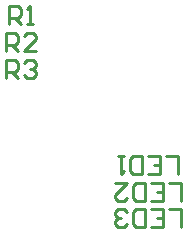
<source format=gbr>
%TF.GenerationSoftware,Altium Limited,Altium Designer,20.2.5 (213)*%
G04 Layer_Color=794757*
%FSLAX25Y25*%
%MOIN*%
%TF.SameCoordinates,03ADE540-DEBB-48E1-BD2F-024036EB756D*%
%TF.FilePolarity,Positive*%
%TF.FileFunction,Other,Top_Designator*%
%TF.Part,Single*%
G01*
G75*
%TA.AperFunction,NonConductor*%
%ADD15C,0.01000*%
D15*
X136002Y131001D02*
Y136999D01*
X139001D01*
X140000Y135999D01*
Y134000D01*
X139001Y133000D01*
X136002D01*
X138001D02*
X140000Y131001D01*
X142000Y135999D02*
X142999Y136999D01*
X144999D01*
X145998Y135999D01*
Y135000D01*
X144999Y134000D01*
X143999D01*
X144999D01*
X145998Y133000D01*
Y132001D01*
X144999Y131001D01*
X142999D01*
X142000Y132001D01*
X193497Y99001D02*
Y104999D01*
X189498D01*
X183500Y99001D02*
X187499D01*
Y104999D01*
X183500D01*
X187499Y102000D02*
X185499D01*
X181501Y99001D02*
Y104999D01*
X178502D01*
X177502Y103999D01*
Y100001D01*
X178502Y99001D01*
X181501D01*
X175503Y104999D02*
X173503D01*
X174503D01*
Y99001D01*
X175503Y100001D01*
X137001Y149001D02*
Y154999D01*
X140000D01*
X141000Y153999D01*
Y152000D01*
X140000Y151000D01*
X137001D01*
X139001D02*
X141000Y149001D01*
X142999D02*
X144999D01*
X143999D01*
Y154999D01*
X142999Y153999D01*
X194496Y90251D02*
Y96249D01*
X190498D01*
X184500Y90251D02*
X188498D01*
Y96249D01*
X184500D01*
X188498Y93250D02*
X186499D01*
X182500Y90251D02*
Y96249D01*
X179501D01*
X178502Y95249D01*
Y91251D01*
X179501Y90251D01*
X182500D01*
X172503Y96249D02*
X176502D01*
X172503Y92250D01*
Y91251D01*
X173503Y90251D01*
X175503D01*
X176502Y91251D01*
X136002Y140001D02*
Y145999D01*
X139001D01*
X140000Y144999D01*
Y143000D01*
X139001Y142000D01*
X136002D01*
X138001D02*
X140000Y140001D01*
X145998D02*
X142000D01*
X145998Y144000D01*
Y144999D01*
X144999Y145999D01*
X142999D01*
X142000Y144999D01*
X194496Y81501D02*
Y87499D01*
X190498D01*
X184500Y81501D02*
X188498D01*
Y87499D01*
X184500D01*
X188498Y84500D02*
X186499D01*
X182500Y81501D02*
Y87499D01*
X179501D01*
X178502Y86499D01*
Y82501D01*
X179501Y81501D01*
X182500D01*
X176502Y82501D02*
X175503Y81501D01*
X173503D01*
X172503Y82501D01*
Y83500D01*
X173503Y84500D01*
X174503D01*
X173503D01*
X172503Y85500D01*
Y86499D01*
X173503Y87499D01*
X175503D01*
X176502Y86499D01*
%TF.MD5,234b35aaf6615c02b6649edb8ada0ecd*%
M02*

</source>
